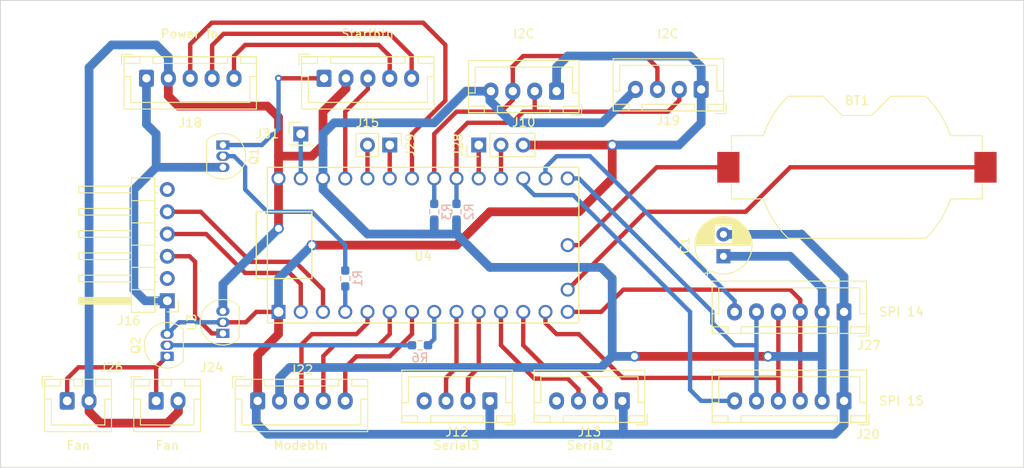
<source format=kicad_pcb>
(kicad_pcb (version 20211014) (generator pcbnew)
  (layers (0 "F.Cu" signal) (31 "B.Cu" signal) (34 "B.Paste" user) (35 "F.Paste" user) (36 "B.SilkS" user "B.Silkscreen") (37 "F.SilkS" user "F.Silkscreen") (38 "B.Mask" user) (39 "F.Mask" user) (44 "Edge.Cuts" user))
  (net 0 "")
  (net 1 "Net-(BT1-Pad1)")
  (net 2 "Net-(Q1-Pad2)")
  (net 3 "GNDD")
  (net 4 "/3V3")
  (net 5 "+5V")
  (net 6 "Net-(BT1-Pad2)")
  (net 7 "SCK")
  (net 8 "Net-(J15-Pad1)")
  (net 9 "MISO")
  (net 10 "SD_CS")
  (net 11 "SDA")
  (net 12 "SCL")
  (net 13 "Net-(J15-Pad3)")
  (net 14 "Net-(J18-Pad3)")
  (net 15 "+3V3")
  (net 16 "MOSI")
  (net 17 "Net-(J13-Pad2)")
  (net 18 "Net-(J13-Pad3)")
  (net 19 "Net-(J12-Pad2)")
  (net 20 "Net-(J12-Pad3)")
  (net 21 "Net-(J21-Pad3)")
  (net 22 "Net-(J21-Pad4)")
  (net 23 "Net-(J21-Pad5)")
  (net 24 "Net-(J24-Pad1)")
  (net 25 "Net-(R1-Pad1)")
  (net 26 "/TX")
  (net 27 "/RX")
  (net 30 "Net-(J15-Pad4)")
  (net 31 "Net-(J15-Pad5)")
  (net 34 "Net-(Q2-Pad2)")
  (net 35 "Net-(U4-Pad8)")
  (net 36 "Net-(U4-Pad32)")
  (net 37 "CS_A0")
  (net 38 "Net-(U4-Pad23)")
  (net 39 "Net-(U4-Pad28)")
  (net 40 "Net-(U4-Pad29)")
  (net 41 "Net-(J28-Pad1)")
  (footprint "Connector_JST:JST_XH_B4B-XH-A_1x04_P2.50mm_Vertical" (layer "F.Cu") (at 138.43 60.96 180)
    (fp_text reference "J19" (at 3.75 -3.55) (layer "F.SilkS"))
    (fp_text value "I2C")
    (pad "1" thru_hole roundrect (at 0 0 180) (size 1.7 1.95) (drill 0.95) (layers *.Cu *.Mask) (roundrect_rratio 0.147059) (net 3 "GNDD"))
    (pad "2" thru_hole oval (at 2.5 0 180) (size 1.7 1.95) (drill 0.95) (layers *.Cu *.Mask) (net 11 "SDA"))
    (pad "3" thru_hole oval (at 5 0 180) (size 1.7 1.95) (drill 0.95) (layers *.Cu *.Mask) (net 12 "SCL"))
    (pad "4" thru_hole oval (at 7.5 0 180) (size 1.7 1.95) (drill 0.95) (layers *.Cu *.Mask) (net 15 "+3V3"))
  )
  (footprint "Connector_JST:JST_XH_B4B-XH-A_1x04_P2.50mm_Vertical" (layer "F.Cu") (at 114.3 96.52 180)
    (fp_text reference "J12" (at 3.75 -3.55) (layer "F.SilkS"))
    (fp_text value "Serial3")
    (pad "1" thru_hole roundrect (at 0 0 180) (size 1.7 1.95) (drill 0.95) (layers *.Cu *.Mask) (roundrect_rratio 0.147059) (net 3 "GNDD"))
    (pad "2" thru_hole oval (at 2.5 0 180) (size 1.7 1.95) (drill 0.95) (layers *.Cu *.Mask) (net 19 "Net-(J12-Pad2)"))
    (pad "3" thru_hole oval (at 5 0 180) (size 1.7 1.95) (drill 0.95) (layers *.Cu *.Mask) (net 20 "Net-(J12-Pad3)"))
    (pad "4" thru_hole oval (at 7.5 0 180) (size 1.7 1.95) (drill 0.95) (layers *.Cu *.Mask))
  )
  (footprint "Package_TO_SOT_THT:TO-92_Inline" (layer "F.Cu") (at 83.82 67.31 -90)
    (fp_text reference "Q1" (at 1.27 -3.56 90) (layer "F.SilkS"))
    (fp_text value "BC337")
    (pad "1" thru_hole rect (at 0 0 270) (size 1.05 1.5) (drill 0.75) (layers *.Cu *.Mask) (net 8 "Net-(J15-Pad1)"))
    (pad "2" thru_hole oval (at 1.27 0 270) (size 1.05 1.5) (drill 0.75) (layers *.Cu *.Mask) (net 2 "Net-(Q1-Pad2)"))
    (pad "3" thru_hole oval (at 2.54 0 270) (size 1.05 1.5) (drill 0.75) (layers *.Cu *.Mask) (net 3 "GNDD"))
  )
  (footprint "Connector_JST:JST_XH_B5B-XH-A_1x05_P2.50mm_Vertical" (layer "F.Cu") (at 75.09 59.69)
    (fp_text reference "J18" (at 5 5.08) (layer "F.SilkS"))
    (fp_text value "Power")
    (pad "1" thru_hole roundrect (at 0 0) (size 1.7 1.95) (drill 0.95) (layers *.Cu *.Mask) (roundrect_rratio 0.147059) (net 3 "GNDD"))
    (pad "2" thru_hole oval (at 2.5 0) (size 1.7 1.95) (drill 0.95) (layers *.Cu *.Mask) (net 5 "+5V"))
    (pad "3" thru_hole oval (at 5 0) (size 1.7 1.95) (drill 0.95) (layers *.Cu *.Mask) (net 14 "Net-(J18-Pad3)"))
    (pad "4" thru_hole oval (at 7.5 0) (size 1.7 1.95) (drill 0.95) (layers *.Cu *.Mask) (net 31 "Net-(J15-Pad5)"))
    (pad "5" thru_hole oval (at 10 0) (size 1.7 1.95) (drill 0.95) (layers *.Cu *.Mask) (net 30 "Net-(J15-Pad4)"))
  )
  (footprint "Package_TO_SOT_THT:TO-92_Inline" (layer "F.Cu") (at 77.45 91.44 90)
    (fp_text reference "Q2" (at 1.27 -3.56 90) (layer "F.SilkS"))
    (fp_text value "BC337")
    (pad "1" thru_hole rect (at 0 0 90) (size 1.05 1.5) (drill 0.75) (layers *.Cu *.Mask) (net 24 "Net-(J24-Pad1)"))
    (pad "2" thru_hole oval (at 1.27 0 90) (size 1.05 1.5) (drill 0.75) (layers *.Cu *.Mask) (net 34 "Net-(Q2-Pad2)"))
    (pad "3" thru_hole oval (at 2.54 0 90) (size 1.05 1.5) (drill 0.75) (layers *.Cu *.Mask) (net 3 "GNDD"))
  )
  (footprint "Connector_JST:JST_XH_B4B-XH-A_1x04_P2.50mm_Vertical" (layer "F.Cu") (at 129.42 96.52 180)
    (fp_text reference "J13" (at 3.75 -3.55) (layer "F.SilkS"))
    (fp_text value "Serial2")
    (pad "1" thru_hole roundrect (at 0 0 180) (size 1.7 1.95) (drill 0.95) (layers *.Cu *.Mask) (roundrect_rratio 0.147059) (net 3 "GNDD"))
    (pad "2" thru_hole oval (at 2.5 0 180) (size 1.7 1.95) (drill 0.95) (layers *.Cu *.Mask) (net 17 "Net-(J13-Pad2)"))
    (pad "3" thru_hole oval (at 5 0 180) (size 1.7 1.95) (drill 0.95) (layers *.Cu *.Mask) (net 18 "Net-(J13-Pad3)"))
    (pad "4" thru_hole oval (at 7.5 0 180) (size 1.7 1.95) (drill 0.95) (layers *.Cu *.Mask))
  )
  (footprint "Connector_JST:JST_XH_B5B-XH-A_1x05_P2.50mm_Vertical" (layer "F.Cu") (at 95.37 59.69)
    (fp_text reference "J15" (at 4.96 5.08) (layer "F.SilkS"))
    (fp_text value "Startbutton")
    (pad "1" thru_hole roundrect (at 0 0) (size 1.7 1.95) (drill 0.95) (layers *.Cu *.Mask) (roundrect_rratio 0.147059) (net 8 "Net-(J15-Pad1)"))
    (pad "2" thru_hole oval (at 2.5 0) (size 1.7 1.95) (drill 0.95) (layers *.Cu *.Mask) (net 5 "+5V"))
    (pad "3" thru_hole oval (at 5 0) (size 1.7 1.95) (drill 0.95) (layers *.Cu *.Mask) (net 13 "Net-(J15-Pad3)"))
    (pad "4" thru_hole oval (at 7.5 0) (size 1.7 1.95) (drill 0.95) (layers *.Cu *.Mask) (net 30 "Net-(J15-Pad4)"))
    (pad "5" thru_hole oval (at 10 0) (size 1.7 1.95) (drill 0.95) (layers *.Cu *.Mask) (net 31 "Net-(J15-Pad5)"))
  )
  (footprint "Connector_JST:JST_XH_B2B-XH-A_1x02_P2.50mm_Vertical" (layer "F.Cu") (at 76.2 96.52)
    (fp_text reference "J24" (at 6.35 -3.81) (layer "F.SilkS"))
    (fp_text value "Fan")
    (pad "1" thru_hole roundrect (at 0 0) (size 1.7 2) (drill 1) (layers *.Cu *.Mask) (roundrect_rratio 0.147059) (net 24 "Net-(J24-Pad1)"))
    (pad "2" thru_hole oval (at 2.5 0) (size 1.7 2) (drill 1) (layers *.Cu *.Mask) (net 5 "+5V"))
  )
  (footprint "Connector_PinHeader_2.54mm:PinHeader_1x01_P2.54mm_Vertical" (layer "F.Cu") (at 92.71 66.04)
    (fp_text reference "J31" (at -3.81 0) (layer "F.SilkS"))
    (fp_text value "AGND")
    (pad "1" thru_hole rect (at 0 0) (size 1.7 1.7) (drill 1) (layers *.Cu *.Mask) (net 36 "Net-(U4-Pad32)"))
  )
  (footprint "Connector_JST:JST_XH_B4B-XH-A_1x04_P2.50mm_Vertical" (layer "F.Cu") (at 121.92 61.16 180)
    (fp_text reference "J10" (at 3.75 -3.55) (layer "F.SilkS"))
    (fp_text value "I2C")
    (pad "1" thru_hole roundrect (at 0 0 180) (size 1.7 1.95) (drill 0.95) (layers *.Cu *.Mask) (roundrect_rratio 0.147059) (net 3 "GNDD"))
    (pad "2" thru_hole oval (at 2.5 0 180) (size 1.7 1.95) (drill 0.95) (layers *.Cu *.Mask) (net 11 "SDA"))
    (pad "3" thru_hole oval (at 5 0 180) (size 1.7 1.95) (drill 0.95) (layers *.Cu *.Mask) (net 12 "SCL"))
    (pad "4" thru_hole oval (at 7.5 0 180) (size 1.7 1.95) (drill 0.95) (layers *.Cu *.Mask) (net 15 "+3V3"))
  )
  (footprint "Battery:BatteryHolder_Keystone_1058_1x2032" (layer "F.Cu") (at 156.21 69.85 180)
    (fp_text reference "BT1" (at 0 7.62) (layer "F.SilkS"))
    (fp_text value "3V")
    (pad "1" smd rect (at -14.68 0 180) (size 2.54 3.51) (layers "F.Cu" "F.Paste" "F.Mask") (net 1 "Net-(BT1-Pad1)"))
    (pad "2" smd rect (at 14.68 0 180) (size 2.54 3.51) (layers "F.Cu" "F.Paste" "F.Mask") (net 6 "Net-(BT1-Pad2)"))
  )
  (footprint "teensy:Teensy30_31_32_All_Pins" (layer "F.Cu") (at 106.68 78.74)
    (fp_text reference "U4" (at 0 1.27) (layer "F.SilkS"))
    (fp_text value "Teensy3.2")
    (pad "1" thru_hole rect (at -16.51 7.62) (size 1.6 1.6) (drill 1.1) (layers *.Cu *.Mask) (net 3 "GNDD"))
    (pad "2" thru_hole circle (at -13.97 7.62) (size 1.6 1.6) (drill 1.1) (layers *.Cu *.Mask) (net 27 "/RX"))
    (pad "3" thru_hole circle (at -11.43 7.62) (size 1.6 1.6) (drill 1.1) (layers *.Cu *.Mask) (net 26 "/TX"))
    (pad "4" thru_hole circle (at -8.89 7.62) (size 1.6 1.6) (drill 1.1) (layers *.Cu *.Mask) (net 25 "Net-(R1-Pad1)"))
    (pad "5" thru_hole circle (at -6.35 7.62) (size 1.6 1.6) (drill 1.1) (layers *.Cu *.Mask) (net 21 "Net-(J21-Pad3)"))
    (pad "6" thru_hole circle (at -3.81 7.62) (size 1.6 1.6) (drill 1.1) (layers *.Cu *.Mask) (net 22 "Net-(J21-Pad4)"))
    (pad "7" thru_hole circle (at -1.27 7.62) (size 1.6 1.6) (drill 1.1) (layers *.Cu *.Mask) (net 23 "Net-(J21-Pad5)"))
    (pad "8" thru_hole circle (at 1.27 7.62) (size 1.6 1.6) (drill 1.1) (layers *.Cu *.Mask) (net 35 "Net-(U4-Pad8)"))
    (pad "9" thru_hole circle (at 3.81 7.62) (size 1.6 1.6) (drill 1.1) (layers *.Cu *.Mask) (net 20 "Net-(J12-Pad3)"))
    (pad "10" thru_hole circle (at 6.35 7.62) (size 1.6 1.6) (drill 1.1) (layers *.Cu *.Mask) (net 19 "Net-(J12-Pad2)"))
    (pad "11" thru_hole circle (at 8.89 7.62) (size 1.6 1.6) (drill 1.1) (layers *.Cu *.Mask) (net 18 "Net-(J13-Pad3)"))
    (pad "12" thru_hole circle (at 11.43 7.62) (size 1.6 1.6) (drill 1.1) (layers *.Cu *.Mask) (net 17 "Net-(J13-Pad2)"))
    (pad "13" thru_hole circle (at 13.97 7.62) (size 1.6 1.6) (drill 1.1) (layers *.Cu *.Mask) (net 16 "MOSI"))
    (pad "14" thru_hole circle (at 16.51 7.62) (size 1.6 1.6) (drill 1.1) (layers *.Cu *.Mask) (net 9 "MISO"))
    (pad "15" thru_hole circle (at 16.51 5.08) (size 1.6 1.6) (drill 1.1) (layers *.Cu *.Mask) (net 1 "Net-(BT1-Pad1)"))
    (pad "17" thru_hole circle (at 16.51 0) (size 1.6 1.6) (drill 1.1) (layers *.Cu *.Mask) (net 6 "Net-(BT1-Pad2)"))
    (pad "20" thru_hole circle (at 16.51 -7.62) (size 1.6 1.6) (drill 1.1) (layers *.Cu *.Mask) (net 7 "SCK"))
    (pad "21" thru_hole circle (at 13.97 -7.62) (size 1.6 1.6) (drill 1.1) (layers *.Cu *.Mask) (net 37 "CS_A0"))
    (pad "22" thru_hole circle (at 11.43 -7.62) (size 1.6 1.6) (drill 1.1) (layers *.Cu *.Mask) (net 10 "SD_CS"))
    (pad "23" thru_hole circle (at 8.89 -7.62) (size 1.6 1.6) (drill 1.1) (layers *.Cu *.Mask) (net 38 "Net-(U4-Pad23)"))
    (pad "24" thru_hole circle (at 6.35 -7.62) (size 1.6 1.6) (drill 1.1) (layers *.Cu *.Mask) (net 41 "Net-(J28-Pad1)"))
    (pad "25" thru_hole circle (at 3.81 -7.62) (size 1.6 1.6) (drill 1.1) (layers *.Cu *.Mask) (net 11 "SDA"))
    (pad "26" thru_hole circle (at 1.27 -7.62) (size 1.6 1.6) (drill 1.1) (layers *.Cu *.Mask) (net 12 "SCL"))
    (pad "27" thru_hole circle (at -1.27 -7.62) (size 1.6 1.6) (drill 1.1) (layers *.Cu *.Mask) (net 14 "Net-(J18-Pad3)"))
    (pad "28" thru_hole circle (at -3.81 -7.62) (size 1.6 1.6) (drill 1.1) (layers *.Cu *.Mask) (net 39 "Net-(U4-Pad28)"))
    (pad "29" thru_hole circle (at -6.35 -7.62) (size 1.6 1.6) (drill 1.1) (layers *.Cu *.Mask) (net 40 "Net-(U4-Pad29)"))
    (pad "30" thru_hole circle (at -8.89 -7.62) (size 1.6 1.6) (drill 1.1) (layers *.Cu *.Mask) (net 13 "Net-(J15-Pad3)"))
    (pad "31" thru_hole circle (at -11.43 -7.62) (size 1.6 1.6) (drill 1.1) (layers *.Cu *.Mask) (net 15 "+3V3"))
    (pad "32" thru_hole circle (at -13.97 -7.62) (size 1.6 1.6) (drill 1.1) (layers *.Cu *.Mask) (net 36 "Net-(U4-Pad32)"))
    (pad "33" thru_hole circle (at -16.51 -7.62) (size 1.6 1.6) (drill 1.1) (layers *.Cu *.Mask) (net 5 "+5V"))
  )
  (footprint "Connector_JST:JST_XH_B6B-XH-A_1x06_P2.50mm_Vertical" (layer "F.Cu") (at 154.74 86.36 180)
    (fp_text reference "J27" (at -2.85 -3.81) (layer "F.SilkS"))
    (fp_text value "SPI_A0")
    (pad "1" thru_hole roundrect (at 0 0 180) (size 1.7 1.95) (drill 0.95) (layers *.Cu *.Mask) (roundrect_rratio 0.147059) (net 3 "GNDD"))
    (pad "2" thru_hole oval (at 2.5 0 180) (size 1.7 1.95) (drill 0.95) (layers *.Cu *.Mask) (net 15 "+3V3"))
    (pad "3" thru_hole oval (at 5 0 180) (size 1.7 1.95) (drill 0.95) (layers *.Cu *.Mask) (net 9 "MISO"))
    (pad "4" thru_hole oval (at 7.5 0 180) (size 1.7 1.95) (drill 0.95) (layers *.Cu *.Mask) (net 16 "MOSI"))
    (pad "5" thru_hole oval (at 10 0 180) (size 1.7 1.95) (drill 0.95) (layers *.Cu *.Mask) (net 7 "SCK"))
    (pad "6" thru_hole oval (at 12.5 0 180) (size 1.7 1.95) (drill 0.95) (layers *.Cu *.Mask) (net 37 "CS_A0"))
  )
  (footprint "Connector_JST:JST_XH_B5B-XH-A_1x05_P2.50mm_Vertical" (layer "F.Cu") (at 87.79 96.52)
    (fp_text reference "J22" (at 5 -3.55) (layer "F.SilkS"))
    (fp_text value "Modebutton")
    (pad "1" thru_hole roundrect (at 0 0) (size 1.7 1.95) (drill 0.95) (layers *.Cu *.Mask) (roundrect_rratio 0.147059) (net 3 "GNDD"))
    (pad "2" thru_hole oval (at 2.5 0) (size 1.7 1.95) (drill 0.95) (layers *.Cu *.Mask) (net 15 "+3V3"))
    (pad "3" thru_hole oval (at 5 0) (size 1.7 1.95) (drill 0.95) (layers *.Cu *.Mask) (net 21 "Net-(J21-Pad3)"))
    (pad "4" thru_hole oval (at 7.5 0) (size 1.7 1.95) (drill 0.95) (layers *.Cu *.Mask) (net 22 "Net-(J21-Pad4)"))
    (pad "5" thru_hole oval (at 10 0) (size 1.7 1.95) (drill 0.95) (layers *.Cu *.Mask) (net 23 "Net-(J21-Pad5)"))
  )
  (footprint "Connector_PinHeader_2.54mm:PinHeader_1x03_P2.54mm_Vertical" (layer "F.Cu") (at 113.03 67.31 90)
    (fp_text reference "J28" (at 0 -2.33 90) (layer "F.SilkS"))
    (fp_text value "A2A3")
    (pad "1" thru_hole rect (at 0 0 90) (size 1.7 1.7) (drill 1) (layers *.Cu *.Mask) (net 41 "Net-(J28-Pad1)"))
    (pad "2" thru_hole oval (at 0 2.54 90) (size 1.7 1.7) (drill 1) (layers *.Cu *.Mask) (net 38 "Net-(U4-Pad23)"))
    (pad "3" thru_hole oval (at 0 5.08 90) (size 1.7 1.7) (drill 1) (layers *.Cu *.Mask) (net 3 "GNDD"))
  )
  (footprint "Package_TO_SOT_THT:TO-92_Inline" (layer "F.Cu") (at 83.82 88.817893 90)
    (fp_text reference "U3" (at 1.27 -3.56 90) (layer "F.SilkS"))
    (fp_text value "L78L33_TO92")
    (pad "1" thru_hole rect (at 0 0 90) (size 1.05 1.5) (drill 0.75) (layers *.Cu *.Mask) (net 4 "/3V3"))
    (pad "2" thru_hole oval (at 1.27 0 90) (size 1.05 1.5) (drill 0.75) (layers *.Cu *.Mask) (net 3 "GNDD"))
    (pad "3" thru_hole oval (at 2.54 0 90) (size 1.05 1.5) (drill 0.75) (layers *.Cu *.Mask) (net 5 "+5V"))
  )
  (footprint "Connector_JST:JST_XH_B2B-XH-A_1x02_P2.50mm_Vertical" (layer "F.Cu") (at 66.04 96.52)
    (fp_text reference "J26" (at 5.06 -3.81) (layer "F.SilkS"))
    (fp_text value "Fan")
    (pad "1" thru_hole roundrect (at 0 0) (size 1.7 2) (drill 1) (layers *.Cu *.Mask) (roundrect_rratio 0.147059) (net 24 "Net-(J24-Pad1)"))
    (pad "2" thru_hole oval (at 2.5 0) (size 1.7 2) (drill 1) (layers *.Cu *.Mask) (net 5 "+5V"))
  )
  (footprint "Capacitor_THT:CP_Radial_D6.3mm_P2.50mm" (layer "F.Cu") (at 140.97 80.01 90)
    (fp_text reference "C1" (at 1.25 -4.4 90) (layer "F.SilkS"))
    (fp_text value "100uF")
    (pad "1" thru_hole rect (at 0 0 90) (size 1.6 1.6) (drill 0.8) (layers *.Cu *.Mask) (net 15 "+3V3"))
    (pad "2" thru_hole circle (at 2.5 0 90) (size 1.6 1.6) (drill 0.8) (layers *.Cu *.Mask) (net 3 "GNDD"))
  )
  (footprint "Connector_JST:JST_XH_B6B-XH-A_1x06_P2.50mm_Vertical" (layer "F.Cu") (at 154.74 96.52 180)
    (fp_text reference "J20" (at -2.74 -3.81) (layer "F.SilkS"))
    (fp_text value "SPI_A1")
    (pad "1" thru_hole roundrect (at 0 0 180) (size 1.7 1.95) (drill 0.95) (layers *.Cu *.Mask) (roundrect_rratio 0.147059) (net 3 "GNDD"))
    (pad "2" thru_hole oval (at 2.5 0 180) (size 1.7 1.95) (drill 0.95) (layers *.Cu *.Mask) (net 15 "+3V3"))
    (pad "3" thru_hole oval (at 5 0 180) (size 1.7 1.95) (drill 0.95) (layers *.Cu *.Mask) (net 9 "MISO"))
    (pad "4" thru_hole oval (at 7.5 0 180) (size 1.7 1.95) (drill 0.95) (layers *.Cu *.Mask) (net 16 "MOSI"))
    (pad "5" thru_hole oval (at 10 0 180) (size 1.7 1.95) (drill 0.95) (layers *.Cu *.Mask) (net 7 "SCK"))
    (pad "6" thru_hole oval (at 12.5 0 180) (size 1.7 1.95) (drill 0.95) (layers *.Cu *.Mask) (net 10 "SD_CS"))
  )
  (footprint "Connector_PinHeader_2.54mm:PinHeader_1x06_P2.54mm_Horizontal" (layer "F.Cu") (at 77.47 85.09 180)
    (fp_text reference "J16" (at 4.385 -2.27 180) (layer "F.SilkS"))
    (fp_text value "Serial")
    (pad "1" thru_hole rect (at 0 0 180) (size 1.7 1.7) (drill 1) (layers *.Cu *.Mask) (net 3 "GNDD"))
    (pad "2" thru_hole oval (at 0 2.54 180) (size 1.7 1.7) (drill 1) (layers *.Cu *.Mask))
    (pad "3" thru_hole oval (at 0 5.08 180) (size 1.7 1.7) (drill 1) (layers *.Cu *.Mask) (net 4 "/3V3"))
    (pad "4" thru_hole oval (at 0 7.62 180) (size 1.7 1.7) (drill 1) (layers *.Cu *.Mask) (net 27 "/RX"))
    (pad "5" thru_hole oval (at 0 10.16 180) (size 1.7 1.7) (drill 1) (layers *.Cu *.Mask) (net 26 "/TX"))
    (pad "6" thru_hole oval (at 0 12.7 180) (size 1.7 1.7) (drill 1) (layers *.Cu *.Mask))
  )
  (footprint "Connector_PinHeader_2.54mm:PinHeader_1x02_P2.54mm_Vertical" (layer "F.Cu") (at 102.87 67.31 -90)
    (fp_text reference "J29" (at 0 -2.33 90) (layer "F.SilkS"))
    (fp_text value "A7A8")
    (pad "1" thru_hole rect (at 0 0 270) (size 1.7 1.7) (drill 1) (layers *.Cu *.Mask) (net 39 "Net-(U4-Pad28)"))
    (pad "2" thru_hole oval (at 0 2.54 270) (size 1.7 1.7) (drill 1) (layers *.Cu *.Mask) (net 40 "Net-(U4-Pad29)"))
  )
  (footprint "Resistor_SMD:R_0603_1608Metric_Pad0.98x0.95mm_HandSolder" (layer "B.Cu") (at 107.95 74.93 90)
    (fp_text reference "R3" (at 0 1.43 90) (layer "B.SilkS") (effects (justify mirror)))
    (fp_text value "4k7")
    (pad "1" smd roundrect (at -0.9125 0 90) (size 0.975 0.95) (layers "B.Cu" "B.Paste" "B.Mask") (net 15 "+3V3"))
    (pad "2" smd roundrect (at 0.9125 0 90) (size 0.975 0.95) (layers "B.Cu" "B.Paste" "B.Mask") (net 12 "SCL"))
  )
  (footprint "Resistor_SMD:R_0603_1608Metric_Pad0.98x0.95mm_HandSolder" (layer "B.Cu") (at 110.49 74.93 90)
    (fp_text reference "R2" (at 0 1.43 90) (layer "B.SilkS") (effects (justify mirror)))
    (fp_text value "4k7")
    (pad "1" smd roundrect (at -0.9125 0 90) (size 0.975 0.95) (layers "B.Cu" "B.Paste" "B.Mask") (net 15 "+3V3"))
    (pad "2" smd roundrect (at 0.9125 0 90) (size 0.975 0.95) (layers "B.Cu" "B.Paste" "B.Mask") (net 11 "SDA"))
  )
  (footprint "Resistor_SMD:R_0603_1608Metric_Pad0.98x0.95mm_HandSolder" (layer "B.Cu") (at 97.79 82.55 90)
    (fp_text reference "R1" (at 0 1.43 90) (layer "B.SilkS") (effects (justify mirror)))
    (fp_text value "220")
    (pad "1" smd roundrect (at -0.9125 0 90) (size 0.975 0.95) (layers "B.Cu" "B.Paste" "B.Mask") (net 25 "Net-(R1-Pad1)"))
    (pad "2" smd roundrect (at 0.9125 0 90) (size 0.975 0.95) (layers "B.Cu" "B.Paste" "B.Mask") (net 2 "Net-(Q1-Pad2)"))
  )
  (footprint "Resistor_SMD:R_0603_1608Metric_Pad0.98x0.95mm_HandSolder" (layer "B.Cu") (at 106.3225 90.17)
    (fp_text reference "R6" (at 0 1.43) (layer "B.SilkS") (effects (justify mirror)))
    (fp_text value "200")
    (pad "1" smd roundrect (at -0.9125 0) (size 0.975 0.95) (layers "B.Cu" "B.Paste" "B.Mask") (net 34 "Net-(Q2-Pad2)"))
    (pad "2" smd roundrect (at 0.9125 0) (size 0.975 0.95) (layers "B.Cu" "B.Paste" "B.Mask") (net 35 "Net-(U4-Pad8)"))
  )
  (gr_rect (start 58.42 50.8) (end 175.26 104.14) (layer "Edge.Cuts") (width 0.1) (fill none))
  (gr_text "I2C" (at 134.62 54.61) (layer "F.SilkS") (effects (font (size 1 1))))
  (gr_text "Fan" (at 67.31 101.6) (layer "F.SilkS") (effects (font (size 1 1))))
  (gr_text "SPI 15" (at 161.29 96.52) (layer "F.SilkS") (effects (font (size 1 1))))
  (gr_text "Modebtn" (at 92.71 101.6) (layer "F.SilkS") (effects (font (size 1 1))))
  (gr_text "Serial2" (at 125.73 101.6) (layer "F.SilkS") (effects (font (size 1 1))))
  (gr_text "Power In" (at 80.01 54.61) (layer "F.SilkS") (effects (font (size 1 1))))
  (gr_text "I2C" (at 118.17 54.61) (layer "F.SilkS") (effects (font (size 1 1))))
  (gr_text "SPI 14" (at 161.29 86.36) (layer "F.SilkS") (effects (font (size 1 1))))
  (gr_text "Startbtn" (at 100.33 54.61) (layer "F.SilkS") (effects (font (size 1 1))))
  (gr_text "Serial3" (at 110.49 101.6) (layer "F.SilkS") (effects (font (size 1 1))))
  (gr_text "Fan" (at 77.47 101.6) (layer "F.SilkS") (effects (font (size 1 1))))
  (segment (start 148.59 69.85) (end 143.51 74.93) (width 0.5) (layer "F.Cu") (net 1))
  (segment (start 143.51 74.93) (end 132.08 74.93) (width 0.5) (layer "F.Cu") (net 1))
  (segment (start 170.89 69.85) (end 148.59 69.85) (width 0.5) (layer "F.Cu") (net 1))
  (segment (start 132.08 74.93) (end 123.19 83.82) (width 0.5) (layer "F.Cu") (net 1))
  (segment (start 93.98 74.93) (end 97.79 78.74) (width 0.5) (layer "B.Cu") (net 2))
  (segment (start 88.9 74.93) (end 93.98 74.93) (width 0.5) (layer "B.Cu") (net 2))
  (segment (start 85.09 68.58) (end 86.36 69.85) (width 0.5) (layer "B.Cu") (net 2))
  (segment (start 86.36 72.39) (end 88.9 74.93) (width 0.5) (layer "B.Cu") (net 2))
  (segment (start 97.79 78.74) (end 97.79 81.6375) (width 0.5) (layer "B.Cu") (net 2))
  (segment (start 83.82 68.58) (end 85.09 68.58) (width 0.5) (layer "B.Cu") (net 2))
  (segment (start 86.36 69.85) (end 86.36 72.39) (width 0.5) (layer "B.Cu") (net 2))
  (segment (start 128.27 71.12) (end 124.46 74.93) (width 1) (layer "F.Cu") (net 3))
  (segment (start 128.27 67.31) (end 128.27 71.12) (width 1) (layer "F.Cu") (net 3))
  (segment (start 87.79 91.28) (end 90.17 88.9) (width 1) (layer "F.Cu") (net 3))
  (segment (start 86.442107 87.547893) (end 87.63 86.36) (width 0.5) (layer "F.Cu") (net 3))
  (segment (start 87.63 86.36) (end 90.17 86.36) (width 0.5) (layer "F.Cu") (net 3))
  (segment (start 128.27 67.31) (end 118.11 67.31) (width 1) (layer "F.Cu") (net 3))
  (segment (start 124.46 74.93) (end 114.3 74.93) (width 1) (layer "F.Cu") (net 3))
  (segment (start 87.79 96.52) (end 87.79 91.28) (width 1) (layer "F.Cu") (net 3))
  (segment (start 114.3 74.93) (end 110.49 78.74) (width 1) (layer "F.Cu") (net 3))
  (segment (start 110.49 78.74) (end 93.98 78.74) (width 1) (layer "F.Cu") (net 3))
  (segment (start 90.17 88.9) (end 90.17 86.36) (width 1) (layer "F.Cu") (net 3))
  (segment (start 83.82 87.547893) (end 86.442107 87.547893) (width 0.5) (layer "F.Cu") (net 3))
  (via (at 128.27 67.31) (size 1.2) (drill 0.8) (layers "F.Cu" "B.Cu") (net 3))
  (via (at 93.98 78.74) (size 1.2) (drill 0.8) (layers "F.Cu" "B.Cu") (net 3))
  (segment (start 77.47 85.09) (end 77.47 88.88) (width 0.5) (layer "B.Cu") (net 3))
  (segment (start 76.2 69.85) (end 80.01 69.85) (width 1) (layer "B.Cu") (net 3))
  (segment (start 154.74 86.36) (end 154.74 82.35) (width 1) (layer "B.Cu") (net 3))
  (segment (start 78.822107 87.547893) (end 83.82 87.547893) (width 0.5) (layer "B.Cu") (net 3))
  (segment (start 154.74 96.52) (end 154.74 99.26) (width 1) (layer "B.Cu") (net 3))
  (segment (start 87.63 96.68) (end 87.79 96.52) (width 1) (layer "B.Cu") (net 3))
  (segment (start 76.2 66.04) (end 76.2 69.85) (width 1) (layer "B.Cu") (net 3))
  (segment (start 75.09 59.69) (end 75.09 64.93) (width 1) (layer "B.Cu") (net 3))
  (segment (start 90.17 86.36) (end 90.17 82.55) (width 1) (layer "B.Cu") (net 3))
  (segment (start 138.43 60.96) (end 138.43 64.77) (width 1) (layer "B.Cu") (net 3))
  (segment (start 153.67 100.33) (end 129.54 100.33) (width 1) (layer "B.Cu") (net 3))
  (segment (start 77.47 85.09) (end 74.93 85.09) (width 1) (layer "B.Cu") (net 3))
  (segment (start 123.19 57.15) (end 121.92 58.42) (width 1) (layer "B.Cu") (net 3))
  (segment (start 73.66 83.82) (end 73.66 72.39) (width 1) (layer "B.Cu") (net 3))
  (segment (start 138.43 58.42) (end 137.16 57.15) (width 1) (layer "B.Cu") (net 3))
  (segment (start 154.74 82.35) (end 149.86 77.47) (width 1) (layer "B.Cu") (net 3))
  (segment (start 80.01 69.85) (end 83.82 69.85) (width 1) (layer "B.Cu") (net 3))
  (segment (start 154.74 96.52) (end 154.74 86.36) (width 1) (layer "B.Cu") (net 3))
  (segment (start 149.86 77.47) (end 149.82 77.51) (width 1) (layer "B.Cu") (net 3))
  (segment (start 129.54 100.33) (end 114.3 100.33) (width 1) (layer "B.Cu") (net 3))
  (segment (start 77.45 88.9) (end 77.47 88.9) (width 0.5) (layer "B.Cu") (net 3))
  (segment (start 88.9 100.33) (end 87.63 99.06) (width 1) (layer "B.Cu") (net 3))
  (segment (start 129.42 96.52) (end 129.54 96.64) (width 1) (layer "B.Cu") (net 3))
  (segment (start 114.3 100.33) (end 88.9 100.33) (width 1) (layer "B.Cu") (net 3))
  (segment (start 154.74 99.26) (end 153.67 100.33) (width 1) (layer "B.Cu") (net 3))
  (segment (start 74.93 85.09) (end 73.66 83.82) (width 1) (layer "B.Cu") (net 3))
  (segment (start 121.92 58.42) (end 121.92 61.16) (width 1) (layer "B.Cu") (net 3))
  (segment (start 138.43 64.77) (end 135.89 67.31) (width 1) (layer "B.Cu") (net 3))
  (segment (start 75.09 64.93) (end 76.2 66.04) (width 1) (layer "B.Cu") (net 3))
  (segment (start 87.63 99.06) (end 87.63 96.68) (width 1) (layer "B.Cu") (net 3))
  (segment (start 90.17 82.55) (end 93.98 78.74) (width 1) (layer "B.Cu") (net 3))
  (segment (start 77.47 88.88) (end 77.45 88.9) (width 0.5) (layer "B.Cu") (net 3))
  (segment (start 77.47 88.9) (end 78.822107 87.547893) (width 0.5) (layer "B.Cu") (net 3))
  (segment (start 138.43 60.96) (end 138.43 58.42) (width 1) (layer "B.Cu") (net 3))
  (segment (start 129.54 96.64) (end 129.54 100.33) (width 1) (layer "B.Cu") (net 3))
  (segment (start 137.16 57.15) (end 123.19 57.15) (width 1) (layer "B.Cu") (net 3))
  (segment (start 114.3 96.52) (end 114.3 100.33) (width 1) (layer "B.Cu") (net 3))
  (segment (start 73.66 72.39) (end 76.2 69.85) (width 1) (layer "B.Cu") (net 3))
  (segment (start 135.89 67.31) (end 128.27 67.31) (width 1) (layer "B.Cu") (net 3))
  (segment (start 149.82 77.51) (end 140.97 77.51) (width 1) (layer "B.Cu") (net 3))
  (segment (start 80.645 80.645) (end 80.01 80.01) (width 0.5) (layer "F.Cu") (net 4))
  (segment (start 83.82 88.817893) (end 82.57 88.817893) (width 0.5) (layer "F.Cu") (net 4))
  (segment (start 82.57 88.817893) (end 80.645 86.892893) (width 0.5) (layer "F.Cu") (net 4))
  (segment (start 80.01 80.01) (end 77.47 80.01) (width 0.5) (layer "F.Cu") (net 4))
  (segment (start 80.645 86.892893) (end 80.645 80.645) (width 0.5) (layer "F.Cu") (net 4))
  (segment (start 90.17 68.58) (end 90.17 69.215) (width 1) (layer "F.Cu") (net 5))
  (segment (start 90.17 64.135) (end 90.17 68.58) (width 1) (layer "F.Cu") (net 5))
  (segment (start 95.25 67.31) (end 95.25 63.5) (width 1) (layer "F.Cu") (net 5))
  (segment (start 93.98 68.58) (end 95.25 67.31) (width 1) (layer "F.Cu") (net 5))
  (segment (start 69.85 99.06) (end 77.47 99.06) (width 1) (layer "F.Cu") (net 5))
  (segment (start 97.87 60.88) (end 97.87 59.69) (width 1) (layer "F.Cu") (net 5))
  (segment (start 77.59 61.715) (end 78.74 62.865) (width 1) (layer "F.Cu") (net 5))
  (segment (start 90.17 68.58) (end 93.98 68.58) (width 1) (layer "F.Cu") (net 5))
  (segment (start 95.25 63.5) (end 97.87 60.88) (width 1) (layer "F.Cu") (net 5))
  (segment (start 78.74 62.865) (end 88.9 62.865) (width 1) (layer "F.Cu") (net 5))
  (segment (start 68.54 97.75) (end 69.85 99.06) (width 1) (layer "F.Cu") (net 5))
  (segment (start 77.59 59.69) (end 77.59 61.715) (width 1) (layer "F.Cu") (net 5))
  (segment (start 78.74 96.56) (end 78.7 96.52) (width 1) (layer "F.Cu") (net 5))
  (segment (start 77.47 99.06) (end 78.74 97.79) (width 1) (layer "F.Cu") (net 5))
  (segment (start 88.9 62.865) (end 90.17 64.135) (width 1) (layer "F.Cu") (net 5))
  (segment (start 78.74 97.79) (end 78.74 96.56) (width 1) (layer "F.Cu") (net 5))
  (segment (start 90.17 76.835) (end 90.17 71.12) (width 1) (layer "F.Cu") (net 5))
  (segment (start 68.54 96.52) (end 68.54 97.75) (width 1) (layer "F.Cu") (net 5))
  (segment (start 90.17 69.215) (end 90.17 71.12) (width 1) (layer "F.Cu") (net 5))
  (via (at 90.17 76.835) (size 1.2) (drill 0.8) (layers "F.Cu" "B.Cu") (net 5))
  (segment (start 76.2 55.88) (end 77.59 57.27) (width 1) (layer "B.Cu") (net 5))
  (segment (start 68.54 58.46) (end 71.12 55.88) (width 1) (layer "B.Cu") (net 5))
  (segment (start 83.82 83.185) (end 90.17 76.835) (width 1) (layer "B.Cu") (net 5))
  (segment (start 83.82 86.277893) (end 83.82 83.185) (width 1) (layer "B.Cu") (net 5))
  (segment (start 71.12 55.88) (end 76.2 55.88) (width 1) (layer "B.Cu") (net 5))
  (segment (start 77.59 57.27) (end 77.59 59.69) (width 1) (layer "B.Cu") (net 5))
  (segment (start 68.54 96.52) (end 68.54 58.46) (width 1) (layer "B.Cu") (net 5))
  (segment (start 133.35 69.85) (end 124.46 78.74) (width 0.5) (layer "F.Cu") (net 6))
  (segment (start 124.46 78.74) (end 123.19 78.74) (width 0.5) (layer "F.Cu") (net 6))
  (segment (start 141.53 69.85) (end 133.35 69.85) (width 0.5) (layer "F.Cu") (net 6))
  (segment (start 139.7 87.63) (end 142.24 90.17) (width 0.5) (layer "B.Cu") (net 7))
  (segment (start 124.46 71.12) (end 139.7 86.36) (width 0.5) (layer "B.Cu") (net 7))
  (segment (start 142.24 90.17) (end 144.7 90.17) (width 0.5) (layer "B.Cu") (net 7))
  (segment (start 144.74 96.52) (end 144.74 90.13) (width 0.5) (layer "B.Cu") (net 7))
  (segment (start 123.19 71.12) (end 124.46 71.12) (width 0.5) (layer "B.Cu") (net 7))
  (segment (start 139.7 86.36) (end 139.7 87.63) (width 0.5) (layer "B.Cu") (net 7))
  (segment (start 144.74 90.13) (end 144.74 87.67) (width 0.5) (layer "B.Cu") (net 7))
  (segment (start 144.74 86.36) (end 144.74 87.67) (width 0.5) (layer "B.Cu") (net 7))
  (segment (start 144.7 90.17) (end 144.74 90.13) (width 0.5) (layer "B.Cu") (net 7))
  (segment (start 90.17 59.69) (end 95.37 59.69) (width 0.5) (layer "F.Cu") (net 8))
  (via (at 90.17 59.69) (size 0.8) (drill 0.4) (layers "F.Cu" "B.Cu") (net 8))
  (segment (start 90.17 59.69) (end 90.17 65.405) (width 0.5) (layer "B.Cu") (net 8))
  (segment (start 90.17 65.405) (end 88.265 67.31) (width 0.5) (layer "B.Cu") (net 8))
  (segment (start 88.265 67.31) (end 83.82 67.31) (width 0.5) (layer "B.Cu") (net 8))
  (segment (start 127 86.36) (end 123.19 86.36) (width 0.5) (layer "F.Cu") (net 9))
  (segment (start 149.74 84.97) (end 148.59 83.82) (width 0.5) (layer "F.Cu") (net 9))
  (segment (start 148.59 83.82) (end 129.54 83.82) (width 0.5) (layer "F.Cu") (net 9))
  (segment (start 149.74 86.36) (end 149.74 84.97) (width 0.5) (layer "F.Cu") (net 9))
  (segment (start 129.54 83.82) (end 127 86.36) (width 0.5) (layer "F.Cu") (net 9))
  (segment (start 149.74 86.36) (end 149.74 96.52) (width 0.5) (layer "F.Cu") (net 9))
  (segment (start 123.825 73.025) (end 137.16 86.36) (width 0.5) (layer "B.Cu") (net 10))
  (segment (start 137.16 86.36) (end 137.16 95.25) (width 0.5) (layer "B.Cu") (net 10))
  (segment (start 118.11 71.12) (end 118.11 71.755) (width 0.5) (layer "B.Cu") (net 10))
  (segment (start 118.11 71.755) (end 119.38 73.025) (width 0.5) (layer "B.Cu") (net 10))
  (segment (start 138.43 96.52) (end 142.24 96.52) (width 0.5) (layer "B.Cu") (net 10))
  (segment (start 119.38 73.025) (end 123.825 73.025) (width 0.5) (layer "B.Cu") (net 10))
  (segment (start 137.16 95.25) (end 138.43 96.52) (width 0.5) (layer "B.Cu") (net 10))
  (segment (start 118.11 63.5) (end 119.38 63.5) (width 0.5) (layer "F.Cu") (net 11))
  (segment (start 135.93 62.19) (end 134.62 63.5) (width 0.5) (layer "F.Cu") (net 11))
  (segment (start 116.84 64.77) (end 118.11 63.5) (width 0.5) (layer "F.Cu") (net 11))
  (segment (start 119.42 63.46) (end 119.42 61.16) (width 0.5) (layer "F.Cu") (net 11))
  (segment (start 110.49 66.04) (end 111.76 64.77) (width 0.5) (layer "F.Cu") (net 11))
  (segment (start 111.76 64.77) (end 116.84 64.77) (width 0.5) (layer "F.Cu") (net 11))
  (segment (start 119.38 63.5) (end 119.42 63.46) (width 0.5) (layer "F.Cu") (net 11))
  (segment (start 135.93 60.96) (end 135.93 62.19) (width 0.5) (layer "F.Cu") (net 11))
  (segment (start 134.62 63.5) (end 119.38 63.5) (width 0.5) (layer "F.Cu") (net 11))
  (segment (start 110.49 71.12) (end 110.49 66.04) (width 0.5) (layer "F.Cu") (net 11))
  (segment (start 110.49 74.0175) (end 110.49 71.12) (width 0.5) (layer "B.Cu") (net 11))
  (segment (start 115.57 63.5) (end 110.49 63.5) (width 0.5) (layer "F.Cu") (net 12))
  (segment (start 116.92 58.5) (end 116.92 61.16) (width 0.5) (layer "F.Cu") (net 12))
  (segment (start 116.92 61.16) (end 116.92 62.15) (width 0.5) (layer "F.Cu") (net 12))
  (segment (start 110.49 63.5) (end 107.95 66.04) (width 0.5) (layer "F.Cu") (net 12))
  (segment (start 116.92 62.15) (end 115.57 63.5) (width 0.5) (layer "F.Cu") (net 12))
  (segment (start 132.08 57.15) (end 118.11 57.15) (width 0.5) (layer "F.Cu") (net 12))
  (segment (start 116.84 58.42) (end 116.92 58.5) (width 0.5) (layer "F.Cu") (net 12))
  (segment (start 107.95 66.04) (end 107.95 71.12) (width 0.5) (layer "F.Cu") (net 12))
  (segment (start 133.43 58.5) (end 132.08 57.15) (width 0.5) (layer "F.Cu") (net 12))
  (segment (start 133.43 60.96) (end 133.43 58.5) (width 0.5) (layer "F.Cu") (net 12))
  (segment (start 118.11 57.15) (end 116.84 58.42) (width 0.5) (layer "F.Cu") (net 12))
  (segment (start 107.95 74.0175) (end 107.95 71.12) (width 0.5) (layer "B.Cu") (net 12))
  (segment (start 100.37 59.69) (end 100.37 60.92) (width 0.5) (layer "F.Cu") (net 13))
  (segment (start 97.79 63.5) (end 97.79 71.12) (width 0.5) (layer "F.Cu") (net 13))
  (segment (start 100.37 60.92) (end 97.79 63.5) (width 0.5) (layer "F.Cu") (net 13))
  (segment (start 80.09 59.69) (end 80.09 55.8) (width 0.5) (layer "F.Cu") (net 14))
  (segment (start 80.09 55.8) (end 82.55 53.34) (width 0.5) (layer "F.Cu") (net 14))
  (segment (start 106.68 53.34) (end 109.22 55.88) (width 0.5) (layer "F.Cu") (net 14))
  (segment (start 109.22 55.88) (end 109.22 62.23) (width 0.5) (layer "F.Cu") (net 14))
  (segment (start 105.41 66.04) (end 105.41 71.12) (width 0.5) (layer "F.Cu") (net 14))
  (segment (start 109.22 62.23) (end 105.41 66.04) (width 0.5) (layer "F.Cu") (net 14))
  (segment (start 82.55 53.34) (end 106.68 53.34) (width 0.5) (layer "F.Cu") (net 14))
  (segment (start 146.05 91.44) (end 130.81 91.44) (width 1) (layer "F.Cu") (net 15))
  (via (at 146.05 91.44) (size 1.2) (drill 0.8) (layers "F.Cu" "B.Cu") (net 15))
  (via (at 130.81 91.44) (size 1.2) (drill 0.8) (layers "F.Cu" "B.Cu") (net 15))
  (segment (start 152.24 96.52) (end 152.24 92.55) (width 1) (layer "B.Cu") (net 15))
  (segment (start 152.24 83.66) (end 148.59 80.01) (width 1) (layer "B.Cu") (net 15))
  (segment (start 110.49 77.47) (end 114.3 81.28) (width 1) (layer "B.Cu") (net 15))
  (segment (start 114.42 61.16) (end 111.56 61.16) (width 1) (layer "B.Cu") (net 15))
  (segment (start 107.95 75.8425) (end 107.95 77.47) (width 1) (layer "B.Cu") (net 15))
  (segment (start 95.25 66.04) (end 95.25 71.12) (width 1) (layer "B.Cu") (net 15))
  (segment (start 114.3 62.23) (end 114.3 61.28) (width 1) (layer "B.Cu") (net 15))
  (segment (start 110.49 77.47) (end 109.22 77.47) (width 1) (layer "B.Cu") (net 15))
  (segment (start 95.25 72.39) (end 95.25 71.12) (width 1) (layer "B.Cu") (net 15))
  (segment (start 152.24 91.6) (end 152.24 92.55) (width 1) (layer "B.Cu") (net 15))
  (segment (start 116.84 64.77) (end 114.3 62.23) (width 1) (layer "B.Cu") (net 15))
  (segment (start 109.22 77.47) (end 107.95 77.47) (width 1) (layer "B.Cu") (net 15))
  (segment (start 146.05 91.44) (end 152.08 91.44) (width 1) (layer "B.Cu") (net 15))
  (segment (start 114.3 61.28) (end 114.42 61.16) (width 1) (layer "B.Cu") (net 15))
  (segment (start 130.81 91.44) (end 128.27 91.44) (width 1) (layer "B.Cu") (net 15))
  (segment (start 128.27 82.55) (end 128.27 91.44) (width 1) (layer "B.Cu") (net 15))
  (segment (start 152.08 91.44) (end 152.24 91.6) (width 1) (layer "B.Cu") (net 15))
  (segment (start 111.56 61.16) (end 107.95 64.77) (width 1) (layer "B.Cu") (net 15))
  (segment (start 91.44 92.71) (end 90.29 93.86) (width 1) (layer "B.Cu") (net 15))
  (segment (start 127 81.28) (end 128.27 82.55) (width 1) (layer "B.Cu") (net 15))
  (segment (start 127.12 64.77) (end 116.84 64.77) (width 1) (layer "B.Cu") (net 15))
  (segment (start 152.24 86.36) (end 152.24 91.6) (width 1) (layer "B.Cu") (net 15))
  (segment (start 100.33 77.47) (end 95.25 72.39) (width 1) (layer "B.Cu") (net 15))
  (segment (start 107.95 64.77) (end 96.52 64.77) (width 1) (layer "B.Cu") (net 15))
  (segment (start 110.49 75.8425) (end 110.49 77.47) (width 1) (layer "B.Cu") (net 15))
  (segment (start 107.95 77.47) (end 106.68 77.47) (width 1) (layer "B.Cu") (net 15))
  (segment (start 106.68 77.47) (end 100.33 77.47) (width 1) (layer "B.Cu") (net 15))
  (segment (start 114.3 81.28) (end 127 81.28) (width 1) (layer "B.Cu") (net 15))
  (segment (start 148.59 80.01) (end 140.97 80.01) (width 1) (layer "B.Cu") (net 15))
  (segment (start 130.93 60.96) (end 127.12 64.77) (width 1) (layer "B.Cu") (net 15))
  (segment (start 96.52 64.77) (end 95.25 66.04) (width 1) (layer "B.Cu") (net 15))
  (segment (start 152.24 86.36) (end 152.24 83.66) (width 1) (layer "B.Cu") (net 15))
  (segment (start 128.27 91.44) (end 127 92.71) (width 1) (layer "B.Cu") (net 15))
  (segment (start 127 92.71) (end 91.44 92.71) (width 1) (layer "B.Cu") (net 15))
  (segment (start 90.29 93.86) (end 90.29 96.52) (width 1) (layer "B.Cu") (net 15))
  (segment (start 147.24 93.9) (end 147.24 88.82) (width 0.5) (layer "F.Cu") (net 16))
  (segment (start 121.92 88.9) (end 124.46 88.9) (width 0.5) (layer "F.Cu") (net 16))
  (segment (start 147.24 88.82) (end 147.24 86.36) (width 0.5) (layer "F.Cu") (net 16))
  (segment (start 147.24 96.52) (end 147.24 93.9) (width 0.5) (layer "F.Cu") (net 16))
  (segment (start 124.46 88.9) (end 129.46 93.9) (width 0.5) (layer "F.Cu") (net 16))
  (segment (start 129.46 93.9) (end 147.24 93.9) (width 0.5) (layer "F.Cu") (net 16))
  (segment (start 120.65 86.36) (end 120.65 87.63) (width 0.5) (layer "F.Cu") (net 16))
  (segment (start 120.65 87.63) (end 121.92 88.9) (width 0.5) (layer "F.Cu") (net 16))
  (segment (start 118.11 90.17) (end 120.65 92.71) (width 0.5) (layer "F.Cu") (net 17))
  (segment (start 124.46 92.71) (end 126.92 95.17) (width 0.5) (layer "F.Cu") (net 17))
  (segment (start 118.11 86.36) (end 118.11 90.17) (width 0.5) (layer "F.Cu") (net 17))
  (segment (start 126.92 95.17) (end 126.92 96.52) (width 0.5) (layer "F.Cu") (net 17))
  (segment (start 120.65 92.71) (end 124.46 92.71) (width 0.5) (layer "F.Cu") (net 17))
  (segment (start 123.19 93.98) (end 124.42 95.21) (width 0.5) (layer "F.Cu") (net 18))
  (segment (start 115.57 86.36) (end 115.57 90.17) (width 0.5) (layer "F.Cu") (net 18))
  (segment (start 124.42 95.21) (end 124.42 96.52) (width 0.5) (layer "F.Cu") (net 18))
  (segment (start 115.57 90.17) (end 119.38 93.98) (width 0.5) (layer "F.Cu") (net 18))
  (segment (start 119.38 93.98) (end 123.19 93.98) (width 0.5) (layer "F.Cu") (net 18))
  (segment (start 111.8 93.94) (end 113.03 92.71) (width 0.5) (layer "F.Cu") (net 19))
  (segment (start 111.8 96.52) (end 111.8 93.94) (width 0.5) (layer "F.Cu") (net 19))
  (segment (start 113.03 92.71) (end 113.03 86.36) (width 0.5) (layer "F.Cu") (net 19))
  (segment (start 110.49 92.71) (end 110.49 86.36) (width 0.5) (layer "F.Cu") (net 20))
  (segment (start 109.3 93.9) (end 110.49 92.71) (width 0.5) (layer "F.Cu") (net 20))
  (segment (start 109.3 96.52) (end 109.3 93.9) (width 0.5) (layer "F.Cu") (net 20))
  (segment (start 100.33 87.63) (end 99.06 88.9) (width 0.5) (layer "F.Cu") (net 21))
  (segment (start 99.06 88.9) (end 93.98 88.9) (width 0.5) (layer "F.Cu") (net 21))
  (segment (start 100.33 86.36) (end 100.33 87.63) (width 0.5) (layer "F.Cu") (net 21))
  (segment (start 92.79 90.09) (end 92.79 96.52) (width 0.5) (layer "F.Cu") (net 21))
  (segment (start 93.98 88.9) (end 92.79 90.09) (width 0.5) (layer "F.Cu") (net 21))
  (segment (start 102.87 88.9) (end 102.87 86.36) (width 0.5) (layer "F.Cu") (net 22))
  (segment (start 101.6 90.17) (end 102.87 88.9) (width 0.5) (layer "F.Cu") (net 22))
  (segment (start 96.52 90.17) (end 101.6 90.17) (width 0.5) (layer "F.Cu") (net 22))
  (segment (start 95.29 96.52) (end 95.29 91.4) (width 0.5) (layer "F.Cu") (net 22))
  (segment (start 95.29 91.4) (end 96.52 90.17) (width 0.5) (layer "F.Cu") (net 22))
  (segment (start 102.87 91.44) (end 99.06 91.44) (width 0.5) (layer "F.Cu") (net 23))
  (segment (start 105.41 86.36) (end 105.41 88.9) (width 0.5) (layer "F.Cu") (net 23))
  (segment (start 99.06 91.44) (end 97.79 92.71) (width 0.5) (layer "F.Cu") (net 23))
  (segment (start 105.41 88.9) (end 102.87 91.44) (width 0.5) (layer "F.Cu") (net 23))
  (segment (start 97.79 92.71) (end 97.79 96.52) (width 0.5) (layer "F.Cu") (net 23))
  (segment (start 76.2 96.52) (end 76.2 92.69) (width 0.5) (layer "F.Cu") (net 24))
  (segment (start 76.2 92.69) (end 67.33 92.69) (width 0.5) (layer "F.Cu") (net 24))
  (segment (start 66.04 93.98) (end 66.04 96.52) (width 0.5) (layer "F.Cu") (net 24))
  (segment (start 76.2 92.69) (end 77.45 91.44) (width 0.5) (layer "F.Cu") (net 24))
  (segment (start 67.33 92.69) (end 66.04 93.98) (width 0.5) (layer "F.Cu") (net 24))
  (segment (start 97.79 83.4625) (end 97.79 86.36) (width 0.5) (layer "B.Cu") (net 25))
  (segment (start 81.28 74.93) (end 86.995 80.645) (width 0.5) (layer "F.Cu") (net 26))
  (segment (start 77.47 74.93) (end 81.28 74.93) (width 0.5) (layer "F.Cu") (net 26))
  (segment (start 86.995 80.645) (end 92.075 80.645) (width 0.5) (layer "F.Cu") (net 26))
  (segment (start 92.075 80.645) (end 95.25 83.82) (width 0.5) (layer "F.Cu") (net 26))
  (segment (start 95.25 83.82) (end 95.25 86.36) (width 0.5) (layer "F.Cu") (net 26))
  (segment (start 81.915 77.47) (end 86.36 81.915) (width 0.5) (layer "F.Cu") (net 27))
  (segment (start 91.44 81.915) (end 92.71 83.185) (width 0.5) (layer "F.Cu") (net 27))
  (segment (start 92.71 83.185) (end 92.71 86.36) (width 0.5) (layer "F.Cu") (net 27))
  (segment (start 77.47 77.47) (end 81.915 77.47) (width 0.5) (layer "F.Cu") (net 27))
  (segment (start 86.36 81.915) (end 91.44 81.915) (width 0.5) (layer "F.Cu") (net 27))
  (segment (start 86.36 55.88) (end 85.09 57.15) (width 0.5) (layer "F.Cu") (net 30))
  (segment (start 102.87 57.15) (end 101.6 55.88) (width 0.5) (layer "F.Cu") (net 30))
  (segment (start 102.87 59.69) (end 102.87 57.15) (width 0.5) (layer "F.Cu") (net 30))
  (segment (start 101.6 55.88) (end 86.36 55.88) (width 0.5) (layer "F.Cu") (net 30))
  (segment (start 85.09 57.15) (end 85.09 59.69) (width 0.5) (layer "F.Cu") (net 30))
  (segment (start 82.59 55.92) (end 82.59 59.69) (width 0.5) (layer "F.Cu") (net 31))
  (segment (start 105.37 57.11) (end 105.37 59.69) (width 0.5) (layer "F.Cu") (net 31))
  (segment (start 82.59 55.92) (end 83.9 54.61) (width 0.5) (layer "F.Cu") (net 31))
  (segment (start 83.9 54.61) (end 102.87 54.61) (width 0.5) (layer "F.Cu") (net 31))
  (segment (start 102.87 54.61) (end 105.37 57.11) (width 0.5) (layer "F.Cu") (net 31))
  (segment (start 105.41 90.17) (end 77.45 90.17) (width 0.5) (layer "B.Cu") (net 34))
  (segment (start 107.95 89.455) (end 107.235 90.17) (width 0.5) (layer "B.Cu") (net 35))
  (segment (start 107.95 86.36) (end 107.95 89.455) (width 0.5) (layer "B.Cu") (net 35))
  (segment (start 92.71 71.12) (end 92.71 66.04) (width 0.5) (layer "B.Cu") (net 36))
  (segment (start 121.92 68.58) (end 125.73 68.58) (width 0.5) (layer "B.Cu") (net 37))
  (segment (start 125.73 68.58) (end 142.24 85.09) (width 0.5) (layer "B.Cu") (net 37))
  (segment (start 142.24 85.09) (end 142.24 86.36) (width 0.5) (layer "B.Cu") (net 37))
  (segment (start 120.65 69.85) (end 121.92 68.58) (width 0.5) (layer "B.Cu") (net 37))
  (segment (start 120.65 71.12) (end 120.65 69.85) (width 0.5) (layer "B.Cu") (net 37))
  (segment (start 115.57 67.31) (end 115.57 71.12) (width 0.5) (layer "F.Cu") (net 38))
  (segment (start 102.87 67.31) (end 102.87 71.12) (width 0.5) (layer "F.Cu") (net 39))
  (segment (start 100.33 71.12) (end 100.33 67.31) (width 0.5) (layer "F.Cu") (net 40))
  (segment (start 113.03 71.12) (end 113.03 67.31) (width 0.5) (layer "F.Cu") (net 41))
)
</source>
